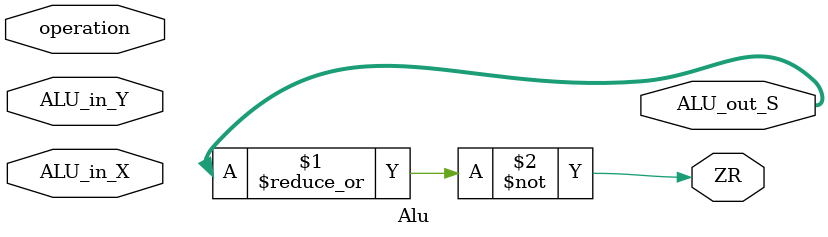
<source format=v>
module Alu (
    input wire [3:0] operation,
    input wire [31:0] ALU_in_X,
    input wire [31:0] ALU_in_Y,
    output reg [31:0] ALU_out_S,
    output wire ZR
);

localparam AND           = 4'b0000;
localparam OR            = 4'b0001;
localparam SUM           = 4'b0010;
localparam SUB           = 4'b0110;

assign ZR = ~( |ALU_out_S );


    
endmodule

</source>
